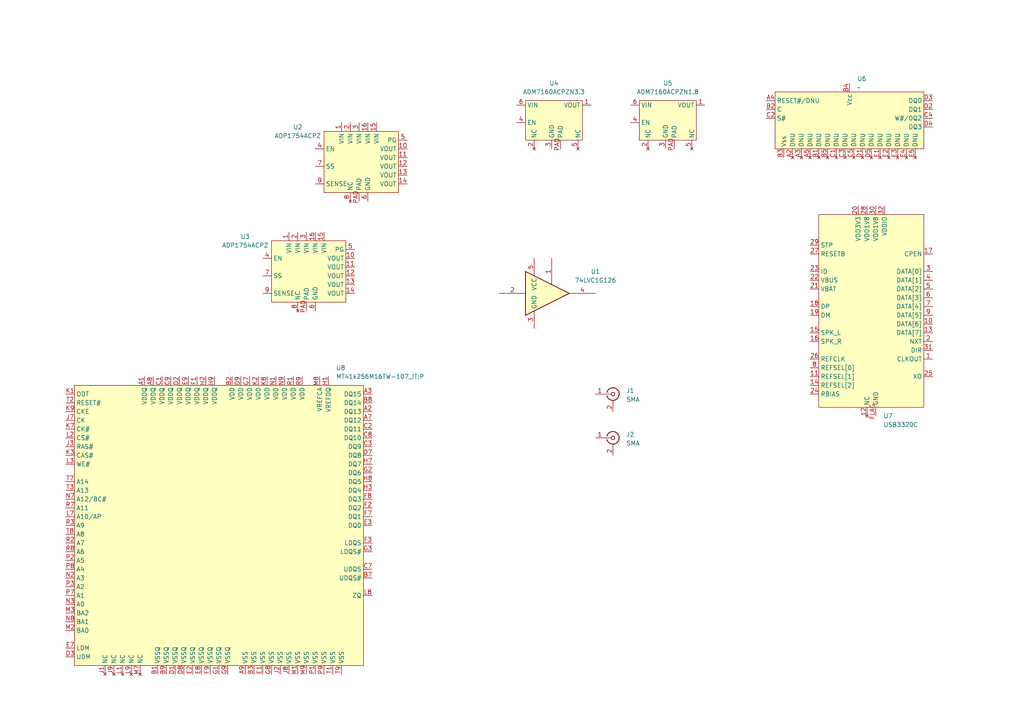
<source format=kicad_sch>
(kicad_sch (version 20231120) (generator "eeschema") (generator_version "8.0")
  (paper "A4")
  (symbol (lib_id "Pluto_Parts:LTC4415EDHC-PBF") (at 346.71 114.3 0) (unit 1)
    (property "Reference" "U10" (at 369.57 104.14 0) (effects (font (size 1.524 1.524))))
    (property "Value" "LTC4415EDHC-PBF" (at 369.57 106.68 0) (effects (font (size 1.524 1.524))))
    (property "Footprint" "05-08-1872_ADI" (effects (hide yes)))
    (property "Datasheet" "LTC4415EDHC-PBF" (effects (hide yes)))
  )
  (symbol (lib_id "Pluto_Parts:MT41K256M16TW-107_IT{colon}P") (at -38.1 109.22 0) (unit 1)
    (property "Reference" "U8" (at 97.4441 106.68 0) (effects (justify left)))
    (property "Value" "MT41k256M16TW-107_IT:P" (at 97.4441 109.22 0) (effects (justify left)))
    (property "Footprint" "pluto:BGA96C80P9X16_800X1400X120" (effects (hide yes)))
    (property "Datasheet" "https://www.mouser.com/datasheet/2/671/4Gb_DDR3L-1283964.pdf" (effects (hide yes)))
  )
  (symbol (lib_id "Connector_Generic:Conn_02x20_Top_Bottom") (at 77.47 260.35 0) (unit 1)
    (property "Reference" "J3" (at 78.74 231.14 0))
    (property "Value" "Conn_02x20_Top_Bottom" (at 78.74 233.68 0))
    (property "Footprint" "Connector_PinHeader_2.54mm:PinHeader_2x20_P2.54mm_Vertical" (effects (hide yes)))
    (property "Description" "Generic connector, double row, 02x20, top/bottom pin numbering scheme (row 1: 1...pins_per_row, row2: pins_per_row+1 ... num_pins), script generated (kicad-library-utils/schlib/autogen/connector/)" (effects (hide yes)))
  )
  (symbol (lib_id "Connector:Conn_Coaxial") (at 177.8 127 0) (unit 1)
    (property "Reference" "J2" (at 181.61 126.0231 0) (effects (justify left)))
    (property "Value" "SMA" (at 181.61 128.5631 0) (effects (justify left)))
    (property "Footprint" "Connector_Coaxial:SMA_Amphenol_132291-12_Vertical" (effects (hide yes)))
    (property "Description" "coaxial connector (BNC, SMA, SMB, SMC, Cinch/RCA, LEMO, ...)" (effects (hide yes)))
  )
  (symbol (lib_id "Pluto_Parts:XC7Z010-1CLG225C") (at -34.29 74.93 0) (unit 1)
    (property "Reference" "IC1" (at -34.29 -121.92 0))
    (property "Value" "XC7Z010-1CLG225C" (at -34.29 -119.38 0))
    (property "Footprint" "pluto:BGA225C80P15X15_1300X1300X150" (effects (hide yes)))
    (property "Datasheet" "https://docs.amd.com/v/u/en-US/ds187-XC7Z010-XC7Z020-Data-Sheet" (effects (hide yes)))
  )
  (symbol (lib_id "Pluto_Parts:ADP1754ACPZ-1.3") (at 88.9 69.85 0) (unit 1)
    (property "Reference" "U3" (at 71.12 68.6114 0))
    (property "Value" "ADP1754ACPZ" (at 71.12 71.1514 0))
    (property "Footprint" "Package_DFN_QFN:QFN-16-1EP_4x4mm_P0.5mm_EP2.45x2.45mm" (effects (hide yes)))
    (property "Datasheet" "https://www.analog.com/media/en/technical-documentation/data-sheets/adp1754_1755.pdf" (effects (hide yes)))
  )
  (symbol (lib_id "Pluto_Parts:ADM7160ACPZN3.3") (at 161.29 22.86 0) (unit 1)
    (property "Reference" "U4" (at 160.655 24.13 0))
    (property "Value" "ADM7160ACPZN3.3" (at 160.655 26.67 0))
    (property "Footprint" "Package_DFN_QFN:DFN-6-1EP_2x2mm_P0.5mm_EP0.7x1.6mm" (effects (hide yes)))
    (property "Datasheet" "https://www.analog.com/media/en/technical-documentation/data-sheets/ADM7160.pdf" (effects (hide yes)))
  )
  (symbol (lib_id "Connector_Generic:Conn_02x20_Top_Bottom") (at 102.87 260.35 0) (unit 1)
    (property "Reference" "J4" (at 104.14 231.14 0))
    (property "Value" "Conn_02x40_Top_Bottom" (at 104.14 233.68 0))
    (property "Footprint" "Connector_PinHeader_2.54mm:PinHeader_2x20_P2.54mm_Vertical" (effects (hide yes)))
    (property "Description" "Generic connector, double row, 02x20, top/bottom pin numbering scheme (row 1: 1...pins_per_row, row2: pins_per_row+1 ... num_pins), script generated (kicad-library-utils/schlib/autogen/connector/)" (effects (hide yes)))
  )
  (symbol (lib_id "Connector:Conn_Coaxial") (at 177.8 114.3 0) (unit 1)
    (property "Reference" "J1" (at 181.61 113.3231 0) (effects (justify left)))
    (property "Value" "SMA" (at 181.61 115.8631 0) (effects (justify left)))
    (property "Footprint" "Connector_Coaxial:SMA_Amphenol_132291-12_Vertical" (effects (hide yes)))
    (property "Description" "coaxial connector (BNC, SMA, SMB, SMC, Cinch/RCA, LEMO, ...)" (effects (hide yes)))
  )
  (symbol (lib_id "Pluto_Parts:AD9363ABCZ") (at 299.72 -6.35 0) (unit 1)
    (property "Reference" "U9" (at 353.06 -15.24 0) (effects (font (size 1.524 1.524))))
    (property "Value" "AD9363ABCZ" (at 353.06 -12.7 0) (effects (font (size 1.524 1.524))))
    (property "Footprint" "pluto:BC-144-7_ADI-M" (effects (hide yes)))
    (property "Datasheet" "AD9363ABCZ" (effects (hide yes)))
  )
  (symbol (lib_id "Pluto_Parts:USB3320C") (at 252.73 90.17 0) (unit 1)
    (property "Reference" "U7" (at 256.1941 120.65 0) (effects (justify left)))
    (property "Value" "USB3320C" (at 256.1941 123.19 0) (effects (justify left)))
    (property "Footprint" "pluto:QFN32_5X5MC_MCH-M" (effects (hide yes)))
    (property "Datasheet" "https://ww1.microchip.com/downloads/en/DeviceDoc/00001792E.pdf" (effects (hide yes)))
  )
  (symbol (lib_id "Pluto_Parts:ADM7160ACPZN1.8") (at 194.31 22.86 0) (unit 1)
    (property "Reference" "U5" (at 193.675 24.13 0))
    (property "Value" "ADM7160ACPZN1.8" (at 193.675 26.67 0))
    (property "Footprint" "Package_DFN_QFN:DFN-6-1EP_2x2mm_P0.5mm_EP0.7x1.6mm" (effects (hide yes)))
    (property "Datasheet" "https://www.analog.com/media/en/technical-documentation/data-sheets/ADM7160.pdf" (effects (hide yes)))
  )
  (symbol (lib_id "Pluto_Parts:FT230XQ-R") (at 332.74 171.45 0) (unit 1)
    (property "Reference" "U11" (at 332.74 146.05 0))
    (property "Value" "FT230XQ-R" (at 332.74 148.59 0))
    (property "Footprint" "pluto:QFN65P400X400X80-17N" (effects (hide yes)))
    (property "PARTREV" "1.4" (effects (hide yes)))
    (property "STANDARD" "IPC7351B" (effects (hide yes)))
    (property "MAXIMUM_PACKAGE_HEIGHT" "0.80mm" (effects (hide yes)))
    (property "MANUFACTURER" "FTDI" (effects (hide yes)))
  )
  (symbol (lib_id "Pluto_Parts:MT25QU256ABA8E12-1SIT") (at 246.38 20.32 0) (unit 1)
    (property "Reference" "U6" (at 248.5741 22.86 0) (effects (justify left)))
    (property "Value" "~" (at 248.5741 25.4 0) (effects (justify left)))
    (property "Footprint" "pluto:BGA24C100P5X5_600X800X120" (effects (hide yes)))
    (property "Datasheet" "https://www.mouser.com/datasheet/2/671/micron_technology_mict-s-a0001400588-1-1759127.pdf" (effects (hide yes)))
  )
  (symbol (lib_id "Pluto_Parts:ADP1754ACPZ-1.3") (at 104.14 38.1 0) (unit 1)
    (property "Reference" "U2" (at 86.36 36.8614 0))
    (property "Value" "ADP1754ACPZ" (at 86.36 39.4014 0))
    (property "Footprint" "Package_DFN_QFN:QFN-16-1EP_4x4mm_P0.5mm_EP2.45x2.45mm" (effects (hide yes)))
    (property "Datasheet" "https://www.analog.com/media/en/technical-documentation/data-sheets/adp1754_1755.pdf" (effects (hide yes)))
  )
  (symbol (lib_id "74xGxx:74LVC1G126") (at 160.02 85.09 0) (unit 1)
    (property "Reference" "U1" (at 172.72 78.7714 0))
    (property "Value" "74LVC1G126" (at 172.72 81.3114 0))
    (property "Footprint" "Package_TO_SOT_SMD:SOT-353_SC-70-5" (effects (hide yes)))
    (property "Datasheet" "http://www.ti.com/lit/sg/scyt129e/scyt129e.pdf" (effects (hide yes)))
    (property "Description" "Single Buffer Gate Tri-State, Low-Voltage CMOS" (effects (hide yes)))
  )
)
</source>
